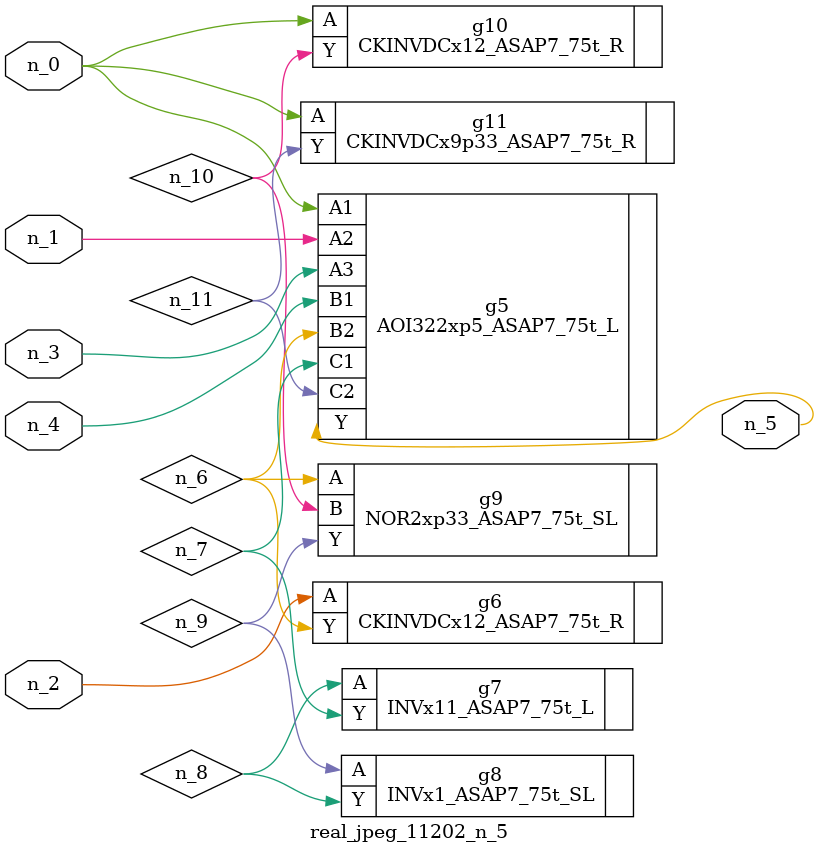
<source format=v>
module real_jpeg_11202_n_5 (n_4, n_0, n_1, n_2, n_3, n_5);

input n_4;
input n_0;
input n_1;
input n_2;
input n_3;

output n_5;

wire n_8;
wire n_11;
wire n_6;
wire n_7;
wire n_10;
wire n_9;

AOI322xp5_ASAP7_75t_L g5 ( 
.A1(n_0),
.A2(n_1),
.A3(n_3),
.B1(n_4),
.B2(n_6),
.C1(n_7),
.C2(n_11),
.Y(n_5)
);

CKINVDCx12_ASAP7_75t_R g10 ( 
.A(n_0),
.Y(n_10)
);

CKINVDCx9p33_ASAP7_75t_R g11 ( 
.A(n_0),
.Y(n_11)
);

CKINVDCx12_ASAP7_75t_R g6 ( 
.A(n_2),
.Y(n_6)
);

NOR2xp33_ASAP7_75t_SL g9 ( 
.A(n_6),
.B(n_10),
.Y(n_9)
);

INVx11_ASAP7_75t_L g7 ( 
.A(n_8),
.Y(n_7)
);

INVx1_ASAP7_75t_SL g8 ( 
.A(n_9),
.Y(n_8)
);


endmodule
</source>
